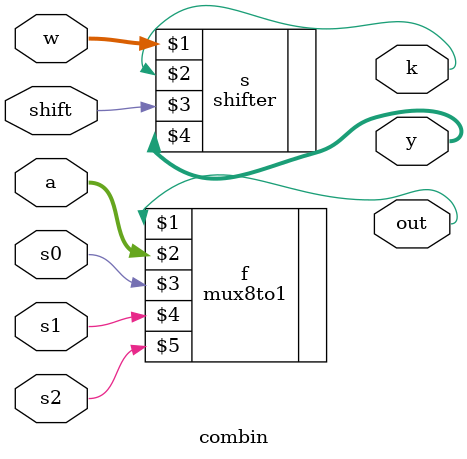
<source format=sv>
`timescale 1ns / 1ps


module combin(
    output logic out,
    input logic [7:0]a,
    input logic s0, s1 , s2 ,
    input logic [3:0] w,
    output logic k ,
    input logic  shift ,
    output logic [3:0]y 
    );
    mux8to1 f(out , a , s0 , s1 , s2) ;
    shifter s(w , k , shift , y) ;
endmodule

</source>
